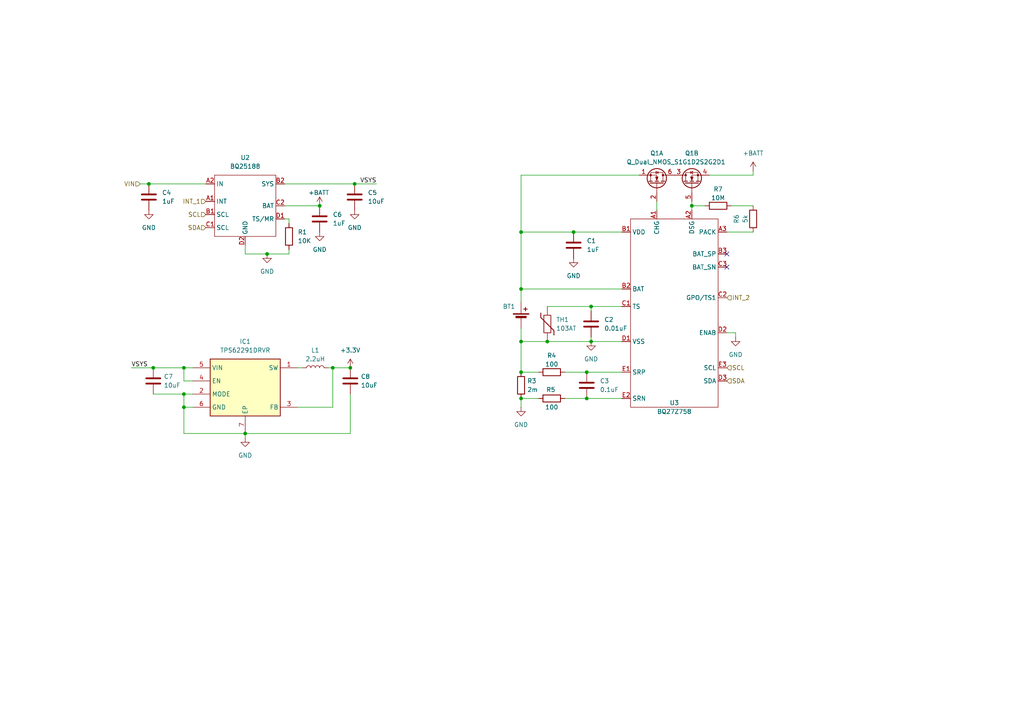
<source format=kicad_sch>
(kicad_sch (version 20250114) (generator "eeschema") (generator_version "9.0")
  (paper "A4")
  (lib_symbols
    (symbol "Components:BQ25188"
      (property "Reference" "U" (at -6.35 10.668 0))
      (property "Value" "BQ25188" (at 3.556 10.668 0))
      (symbol "BQ25188_0_1"
        (rectangle (start -8.89 8.89) (end 8.89 -8.89))
      )
      (symbol "BQ25188_1_1"
        (pin power_in line (at -11.43 6.35 0) (length 2.54) (name "IN") (number "A2"))
        (pin output line (at -11.43 1.27 0) (length 2.54) (name "INT") (number "A1"))
        (pin bidirectional line (at -11.43 -2.54 0) (length 2.54) (name "SCL") (number "B1"))
        (pin bidirectional line (at -11.43 -6.35 0) (length 2.54) (name "SCL") (number "C1"))
        (pin power_in line (at 0 -11.43 90) (length 2.54) (name "GND") (number "D2"))
        (pin power_out line (at 11.43 6.35 180) (length 2.54) (name "SYS") (number "B2"))
        (pin power_in line (at 11.43 0 180) (length 2.54) (name "BAT") (number "C2"))
        (pin bidirectional line (at 11.43 -3.81 180) (length 2.54) (name "TS/MR") (number "D1"))
      )
    )
    (symbol "Components:BQ27Z758"
      (property "Reference" "U" (at -10.922 -30.734 0))
      (property "Value" "BQ27Z758" (at 7.112 -30.734 0))
      (symbol "BQ27Z758_0_1"
        (rectangle (start -12.7 25.4) (end 12.7 -29.21))
      )
      (symbol "BQ27Z758_1_1"
        (pin power_in line (at -15.24 21.59 0) (length 2.54) (name "VDD") (number "B1"))
        (pin input line (at -15.24 5.08 0) (length 2.54) (name "BAT") (number "B2"))
        (pin input line (at -15.24 0 0) (length 2.54) (name "TS") (number "C1"))
        (pin power_out line (at -15.24 -10.16 0) (length 2.54) (name "VSS") (number "D1"))
        (pin input line (at -15.24 -19.05 0) (length 2.54) (name "SRP") (number "E1"))
        (pin input line (at -15.24 -26.67 0) (length 2.54) (name "SRN") (number "E2"))
        (pin output line (at -5.08 27.94 270) (length 2.54) (name "CHG") (number "A1"))
        (pin output line (at 5.08 27.94 270) (length 2.54) (name "DSG") (number "A2"))
        (pin input line (at 15.24 21.59 180) (length 2.54) (name "PACK") (number "A3"))
        (pin output line (at 15.24 15.24 180) (length 2.54) (name "BAT_SP") (number "B3"))
        (pin output line (at 15.24 11.43 180) (length 2.54) (name "BAT_SN") (number "C3"))
        (pin bidirectional line (at 15.24 2.54 180) (length 2.54) (name "GPO/TS1") (number "C2"))
        (pin input line (at 15.24 -7.62 180) (length 2.54) (name "ENAB") (number "D2"))
        (pin bidirectional line (at 15.24 -17.78 180) (length 2.54) (name "SCL") (number "E3"))
        (pin bidirectional line (at 15.24 -21.59 180) (length 2.54) (name "SDA") (number "D3"))
      )
    )
    (symbol "Components:TPS62291DRVR"
      (property "Reference" "IC" (at -5.842 11.43 0))
      (property "Value" "TPS62291DRVR" (at -5.842 8.89 0))
      (symbol "TPS62291DRVR_1_1"
        (rectangle (start -10.16 6.35) (end 10.16 -10.16) (stroke (width 0.254)) (fill (type background)))
        (pin power_in line (at -15.24 3.81 0) (length 5.08) (name "VIN") (number "5"))
        (pin input line (at -15.24 0 0) (length 5.08) (name "EN") (number "4"))
        (pin input line (at -15.24 -3.81 0) (length 5.08) (name "MODE") (number "2"))
        (pin power_in line (at -15.24 -7.62 0) (length 5.08) (name "GND") (number "6"))
        (pin power_in line (at 0 -15.24 90) (length 5.08) (name "EP") (number "7"))
        (pin output line (at 15.24 3.81 180) (length 5.08) (name "SW") (number "1"))
        (pin input line (at 15.24 -7.62 180) (length 5.08) (name "FB") (number "3"))
      )
    )
    (symbol "Device:Battery_Cell" (pin_numbers (hide yes)) (pin_names (offset 0) (hide yes))
      (property "Reference" "BT" (at 2.54 2.54 0))
      (property "Value" "Battery_Cell" (at 2.54 0 0))
      (symbol "Battery_Cell_0_1"
        (rectangle (start -2.286 1.778) (end 2.286 1.524) (fill (type outline)))
        (rectangle (start -1.524 1.016) (end 1.524 0.508) (fill (type outline)))
        (polyline (pts (xy 0 1.778) (xy 0 2.54)))
        (polyline (pts (xy 0 0.762) (xy 0 0)))
        (polyline (pts (xy 0.762 3.048) (xy 1.778 3.048)) (stroke (width 0.254)))
        (polyline (pts (xy 1.27 3.556) (xy 1.27 2.54)) (stroke (width 0.254)))
      )
      (symbol "Battery_Cell_1_1"
        (pin passive line (at 0 5.08 270) (length 2.54) (name "+") (number "1"))
        (pin passive line (at 0 -2.54 90) (length 2.54) (name "-") (number "2"))
      )
    )
    (symbol "Device:C" (pin_numbers (hide yes)) (pin_names (offset 0.254))
      (property "Reference" "C" (at 0.635 2.54 0))
      (property "Value" "C" (at 0.635 -2.54 0))
      (symbol "C_0_1"
        (polyline (pts (xy -2.032 0.762) (xy 2.032 0.762)) (stroke (width 0.508)))
        (polyline (pts (xy -2.032 -0.762) (xy 2.032 -0.762)) (stroke (width 0.508)))
      )
      (symbol "C_1_1"
        (pin passive line (at 0 3.81 270) (length 2.794) (name "~") (number "1"))
        (pin passive line (at 0 -3.81 90) (length 2.794) (name "~") (number "2"))
      )
    )
    (symbol "Device:L" (pin_numbers (hide yes)) (pin_names (offset 1.016) (hide yes))
      (property "Reference" "L" (at -1.27 0 90))
      (property "Value" "L" (at 1.905 0 90))
      (symbol "L_0_1"
        (arc (start 0 2.54) (mid 0.6323 1.905) (end 0 1.27))
        (arc (start 0 1.27) (mid 0.6323 0.635) (end 0 0))
        (arc (start 0 0) (mid 0.6323 -0.635) (end 0 -1.27))
        (arc (start 0 -1.27) (mid 0.6323 -1.905) (end 0 -2.54))
      )
      (symbol "L_1_1"
        (pin passive line (at 0 3.81 270) (length 1.27) (name "1") (number "1"))
        (pin passive line (at 0 -3.81 90) (length 1.27) (name "2") (number "2"))
      )
    )
    (symbol "Device:R" (pin_numbers (hide yes)) (pin_names (offset 0))
      (property "Reference" "R" (at 2.032 0 90))
      (property "Value" "R" (at 0 0 90))
      (symbol "R_0_1"
        (rectangle (start -1.016 -2.54) (end 1.016 2.54) (stroke (width 0.254)))
      )
      (symbol "R_1_1"
        (pin passive line (at 0 3.81 270) (length 1.27) (name "~") (number "1"))
        (pin passive line (at 0 -3.81 90) (length 1.27) (name "~") (number "2"))
      )
    )
    (symbol "Device:Thermistor" (pin_numbers (hide yes)) (pin_names (offset 0))
      (property "Reference" "TH" (at 2.54 1.27 90))
      (property "Value" "Thermistor" (at -2.54 0 90))
      (symbol "Thermistor_0_1"
        (polyline (pts (xy -1.905 3.175) (xy -1.905 1.905) (xy 1.905 -1.905) (xy 1.905 -3.175) (xy 1.905 -3.175)) (stroke (width 0.254)))
        (rectangle (start -1.016 2.54) (end 1.016 -2.54) (stroke (width 0.2032)))
      )
      (symbol "Thermistor_1_1"
        (pin passive line (at 0 5.08 270) (length 2.54) (name "~") (number "1"))
        (pin passive line (at 0 -5.08 90) (length 2.54) (name "~") (number "2"))
      )
    )
    (symbol "Transistor_FET:Q_Dual_NMOS_S1G1D2S2G2D1" (pin_names (offset 0) (hide yes))
      (property "Reference" "Q" (at 5.08 1.905 0))
      (property "Value" "Q_Dual_NMOS_S1G1D2S2G2D1" (at 5.08 0 0))
      (symbol "Q_Dual_NMOS_S1G1D2S2G2D1_0_1"
        (polyline (pts (xy 0.254 1.905) (xy 0.254 -1.905)) (stroke (width 0.254)))
        (polyline (pts (xy 0.254 0) (xy -2.54 0)))
        (polyline (pts (xy 0.762 2.286) (xy 0.762 1.27)) (stroke (width 0.254)))
        (polyline (pts (xy 0.762 0.508) (xy 0.762 -0.508)) (stroke (width 0.254)))
        (polyline (pts (xy 0.762 -1.27) (xy 0.762 -2.286)) (stroke (width 0.254)))
        (polyline (pts (xy 0.762 -1.778) (xy 3.302 -1.778) (xy 3.302 1.778) (xy 0.762 1.778)))
        (polyline (pts (xy 1.016 0) (xy 2.032 0.381) (xy 2.032 -0.381) (xy 1.016 0)) (fill (type outline)))
        (circle (center 1.651 0) (radius 2.794) (stroke (width 0.254)))
        (polyline (pts (xy 2.54 2.54) (xy 2.54 1.778)))
        (circle (center 2.54 1.778) (radius 0.254) (fill (type outline)))
        (circle (center 2.54 -1.778) (radius 0.254) (fill (type outline)))
        (polyline (pts (xy 2.54 -2.54) (xy 2.54 0) (xy 0.762 0)))
        (polyline (pts (xy 2.921 0.381) (xy 3.683 0.381)))
        (polyline (pts (xy 3.302 0.381) (xy 2.921 -0.254) (xy 3.683 -0.254) (xy 3.302 0.381)))
      )
      (symbol "Q_Dual_NMOS_S1G1D2S2G2D1_1_1"
        (pin input line (at -5.08 0 0) (length 2.54) (name "G") (number "2"))
        (pin passive line (at 2.54 5.08 270) (length 2.54) (name "D") (number "6"))
        (pin passive line (at 2.54 -5.08 90) (length 2.54) (name "S") (number "1"))
      )
      (symbol "Q_Dual_NMOS_S1G1D2S2G2D1_2_1"
        (pin input line (at -5.08 0 0) (length 2.54) (name "G") (number "5"))
        (pin passive line (at 2.54 5.08 270) (length 2.54) (name "D") (number "3"))
        (pin passive line (at 2.54 -5.08 90) (length 2.54) (name "S") (number "4"))
      )
    )
    (symbol "power:+3.3V" (power) (pin_numbers (hide yes)) (pin_names (offset 0) (hide yes))
      (property "Value" "+3.3V" (at 0 3.556 0))
      (symbol "+3.3V_0_1"
        (polyline (pts (xy -0.762 1.27) (xy 0 2.54)))
        (polyline (pts (xy 0 2.54) (xy 0.762 1.27)))
        (polyline (pts (xy 0 0) (xy 0 2.54)))
      )
      (symbol "+3.3V_1_1"
        (pin power_in line (at 0 0 90) (length 0) (name "~") (number "1"))
      )
    )
    (symbol "power:+BATT" (power) (pin_numbers (hide yes)) (pin_names (offset 0) (hide yes))
      (property "Value" "+BATT" (at 0 3.556 0))
      (symbol "+BATT_0_1"
        (polyline (pts (xy -0.762 1.27) (xy 0 2.54)))
        (polyline (pts (xy 0 2.54) (xy 0.762 1.27)))
        (polyline (pts (xy 0 0) (xy 0 2.54)))
      )
      (symbol "+BATT_1_1"
        (pin power_in line (at 0 0 90) (length 0) (name "~") (number "1"))
      )
    )
    (symbol "power:GND" (power) (pin_numbers (hide yes)) (pin_names (offset 0) (hide yes))
      (property "Value" "GND" (at 0 -3.81 0))
      (symbol "GND_0_1"
        (polyline (pts (xy 0 0) (xy 0 -1.27) (xy 1.27 -1.27) (xy 0 -2.54) (xy -1.27 -1.27) (xy 0 -1.27)))
      )
      (symbol "GND_1_1"
        (pin power_in line (at 0 0 270) (length 0) (name "~") (number "1"))
      )
    )
  )
  (junction (at 71.12 125.73))
  (junction (at 102.87 53.34))
  (junction (at 151.13 107.95))
  (junction (at 170.18 115.57))
  (junction (at 77.47 73.66))
  (junction (at 53.34 106.68))
  (junction (at 44.45 106.68))
  (junction (at 92.71 59.69))
  (junction (at 151.13 83.82))
  (junction (at 53.34 114.3))
  (junction (at 158.75 99.06))
  (junction (at 96.52 106.68))
  (junction (at 151.13 99.06))
  (junction (at 101.6 106.68))
  (junction (at 151.13 115.57))
  (junction (at 151.13 67.31))
  (junction (at 170.18 107.95))
  (junction (at 166.37 67.31))
  (junction (at 171.45 88.9))
  (junction (at 43.18 53.34))
  (junction (at 53.34 118.11))
  (junction (at 171.45 99.06))
  (junction (at 200.66 59.69))
  (no_connect (at 210.82 73.66))
  (no_connect (at 210.82 77.47))
  (wire (pts (xy 53.34 125.73) (xy 71.12 125.73)))
  (wire (pts (xy 53.34 110.49) (xy 53.34 106.68)))
  (wire (pts (xy 87.63 106.68) (xy 86.36 106.68)))
  (wire (pts (xy 163.83 115.57) (xy 170.18 115.57)))
  (wire (pts (xy 185.42 50.8) (xy 151.13 50.8)))
  (wire (pts (xy 44.45 114.3) (xy 53.34 114.3)))
  (wire (pts (xy 83.82 73.66) (xy 83.82 72.39)))
  (wire (pts (xy 101.6 114.3) (xy 101.6 125.73)))
  (wire (pts (xy 55.88 110.49) (xy 53.34 110.49)))
  (wire (pts (xy 71.12 73.66) (xy 77.47 73.66)))
  (wire (pts (xy 71.12 73.66) (xy 71.12 71.12)))
  (wire (pts (xy 82.55 53.34) (xy 102.87 53.34)))
  (wire (pts (xy 44.45 106.68) (xy 53.34 106.68)))
  (wire (pts (xy 212.09 59.69) (xy 218.44 59.69)))
  (wire (pts (xy 101.6 125.73) (xy 71.12 125.73)))
  (wire (pts (xy 218.44 49.53) (xy 218.44 50.8)))
  (wire (pts (xy 96.52 106.68) (xy 95.25 106.68)))
  (wire (pts (xy 38.1 106.68) (xy 44.45 106.68)))
  (wire (pts (xy 109.22 53.34) (xy 102.87 53.34)))
  (wire (pts (xy 151.13 99.06) (xy 158.75 99.06)))
  (wire (pts (xy 158.75 88.9) (xy 171.45 88.9)))
  (wire (pts (xy 96.52 118.11) (xy 96.52 106.68)))
  (wire (pts (xy 171.45 90.17) (xy 171.45 88.9)))
  (wire (pts (xy 53.34 114.3) (xy 55.88 114.3)))
  (wire (pts (xy 170.18 107.95) (xy 180.34 107.95)))
  (wire (pts (xy 171.45 97.79) (xy 171.45 99.06)))
  (wire (pts (xy 83.82 63.5) (xy 82.55 63.5)))
  (wire (pts (xy 200.66 59.69) (xy 200.66 60.96)))
  (wire (pts (xy 151.13 83.82) (xy 180.34 83.82)))
  (wire (pts (xy 156.21 107.95) (xy 151.13 107.95)))
  (wire (pts (xy 200.66 58.42) (xy 200.66 59.69)))
  (wire (pts (xy 86.36 118.11) (xy 96.52 118.11)))
  (wire (pts (xy 71.12 127) (xy 71.12 125.73)))
  (wire (pts (xy 53.34 106.68) (xy 55.88 106.68)))
  (wire (pts (xy 53.34 118.11) (xy 53.34 125.73)))
  (wire (pts (xy 151.13 50.8) (xy 151.13 67.31)))
  (wire (pts (xy 213.36 96.52) (xy 210.82 96.52)))
  (wire (pts (xy 53.34 118.11) (xy 53.34 114.3)))
  (wire (pts (xy 151.13 115.57) (xy 156.21 115.57)))
  (wire (pts (xy 166.37 67.31) (xy 180.34 67.31)))
  (wire (pts (xy 55.88 118.11) (xy 53.34 118.11)))
  (wire (pts (xy 151.13 83.82) (xy 151.13 87.63)))
  (wire (pts (xy 151.13 118.11) (xy 151.13 115.57)))
  (wire (pts (xy 96.52 106.68) (xy 101.6 106.68)))
  (wire (pts (xy 82.55 59.69) (xy 92.71 59.69)))
  (wire (pts (xy 210.82 67.31) (xy 218.44 67.31)))
  (wire (pts (xy 163.83 107.95) (xy 170.18 107.95)))
  (wire (pts (xy 43.18 53.34) (xy 59.69 53.34)))
  (wire (pts (xy 77.47 73.66) (xy 83.82 73.66)))
  (wire (pts (xy 170.18 115.57) (xy 180.34 115.57)))
  (wire (pts (xy 151.13 67.31) (xy 151.13 83.82)))
  (wire (pts (xy 151.13 107.95) (xy 151.13 99.06)))
  (wire (pts (xy 171.45 99.06) (xy 158.75 99.06)))
  (wire (pts (xy 190.5 58.42) (xy 190.5 60.96)))
  (wire (pts (xy 83.82 64.77) (xy 83.82 63.5)))
  (wire (pts (xy 40.64 53.34) (xy 43.18 53.34)))
  (wire (pts (xy 151.13 67.31) (xy 166.37 67.31)))
  (wire (pts (xy 171.45 99.06) (xy 180.34 99.06)))
  (wire (pts (xy 171.45 88.9) (xy 180.34 88.9)))
  (wire (pts (xy 213.36 96.52) (xy 213.36 97.79)))
  (wire (pts (xy 151.13 95.25) (xy 151.13 99.06)))
  (wire (pts (xy 200.66 59.69) (xy 204.47 59.69)))
  (wire (pts (xy 218.44 50.8) (xy 205.74 50.8)))
  (label "VSYS" (at 38.1 106.68 0))
  (label "VSYS" (at 109.22 53.34 180))
  (hierarchical_label "SDA" (shape input) (at 59.69 66.04 180))
  (hierarchical_label "VIN" (shape input) (at 40.64 53.34 180))
  (hierarchical_label "SCL" (shape input) (at 59.69 62.23 180))
  (hierarchical_label "INT_2" (shape input) (at 210.82 86.36 0))
  (hierarchical_label "SDA" (shape input) (at 210.82 110.49 0))
  (hierarchical_label "INT_1" (shape input) (at 59.69 58.42 180))
  (hierarchical_label "SCL" (shape input) (at 210.82 106.68 0))
  (symbol (lib_id "power:GND") (at 151.13 118.11 0) (unit 1)
    (property "Reference" "#PWR06" (effects (hide yes)))
    (property "Value" "GND" (at 151.13 123.19 0))
    (property "Description" "Power symbol creates a global label with name \"GND\" , ground" (effects (hide yes)))
  )
  (symbol (lib_id "Components:BQ27Z758") (at 195.58 88.9 0) (unit 1)
    (property "Reference" "U3" (at 195.58 116.84 0))
    (property "Value" "BQ27Z758" (at 195.58 119.38 0))
    (property "Footprint" "Library:DSBGA-15_3x5_1.7x2.6mm" (effects (hide yes)))
    (property "Datasheet" "https://www.ti.com/lit/ds/symlink/bq27z758.pdf" (effects (hide yes)))
    (property "Description" "The BQ27Z758 device provides a fully integrated pack-based solution with a flash programmable custom reduced instruction-set CPU (RISC), safety protection, differential battery sensing analog output, and authentication for 1-series cell Li-ion and Li- polymer battery packs." (effects (hide yes)))
  )
  (symbol (lib_id "Device:R") (at 151.13 111.76 180) (unit 1)
    (property "Reference" "R3" (at 152.908 110.49 0) (effects (justify right)))
    (property "Value" "2m" (at 152.908 113.03 0) (effects (justify right)))
    (property "Description" "Resistor" (effects (hide yes)))
  )
  (symbol (lib_id "Device:C") (at 44.45 110.49 0) (unit 1)
    (property "Reference" "C7" (at 47.498 109.22 0) (effects (justify left)))
    (property "Value" "10uF" (at 47.498 111.76 0) (effects (justify left)))
    (property "Description" "Unpolarized capacitor" (effects (hide yes)))
  )
  (symbol (lib_id "power:+BATT") (at 92.71 59.69 0) (unit 1)
    (property "Reference" "#PWR08" (effects (hide yes)))
    (property "Value" "+BATT" (at 92.456 55.88 0))
    (property "Description" "Power symbol creates a global label with name \"+BATT\"" (effects (hide yes)))
  )
  (symbol (lib_id "Device:R") (at 83.82 68.58 0) (unit 1)
    (property "Reference" "R1" (at 86.36 67.3099 0) (effects (justify left)))
    (property "Value" "10K" (at 86.36 69.8499 0) (effects (justify left)))
    (property "Description" "Resistor" (effects (hide yes)))
  )
  (symbol (lib_id "Device:Battery_Cell") (at 151.13 92.71 0) (unit 1)
    (property "Reference" "BT1" (at 145.796 88.9 0) (effects (justify left)))
    (property "Value" "Battery_Cell" (effects (hide yes)))
    (property "Description" "Single-cell battery" (effects (hide yes)))
  )
  (symbol (lib_id "power:GND") (at 102.87 60.96 0) (unit 1)
    (property "Reference" "#PWR010" (effects (hide yes)))
    (property "Value" "GND" (at 102.87 66.04 0))
    (property "Description" "Power symbol creates a global label with name \"GND\" , ground" (effects (hide yes)))
  )
  (symbol (lib_id "Transistor_FET:Q_Dual_NMOS_S1G1D2S2G2D1") (at 190.5 53.34 270) (mirror x) (unit 1)
    (property "Reference" "Q1" (at 190.5 44.45 90))
    (property "Value" "Q_Dual_NMOS_S1G1D2S2G2D1" (at 196.088 46.99 90))
    (property "Description" "Dual NMOS transistor, 6 pin package" (effects (hide yes)))
  )
  (symbol (lib_id "power:GND") (at 166.37 74.93 0) (unit 1)
    (property "Reference" "#PWR02" (effects (hide yes)))
    (property "Value" "GND" (at 166.37 80.01 0))
    (property "Description" "Power symbol creates a global label with name \"GND\" , ground" (effects (hide yes)))
  )
  (symbol (lib_id "Device:Thermistor") (at 158.75 93.98 0) (unit 1)
    (property "Reference" "TH1" (at 161.29 92.71 0) (effects (justify left)))
    (property "Value" "103AT" (at 161.29 95.25 0) (effects (justify left)))
    (property "Description" "Temperature dependent resistor" (effects (hide yes)))
  )
  (symbol (lib_id "power:GND") (at 43.18 60.96 0) (unit 1)
    (property "Reference" "#PWR09" (effects (hide yes)))
    (property "Value" "GND" (at 43.18 66.04 0))
    (property "Description" "Power symbol creates a global label with name \"GND\" , ground" (effects (hide yes)))
  )
  (symbol (lib_id "Device:L") (at 91.44 106.68 90) (unit 1)
    (property "Reference" "L1" (at 91.44 101.6 90))
    (property "Value" "2.2uH" (at 91.44 104.14 90))
    (property "Description" "Inductor" (effects (hide yes)))
  )
  (symbol (lib_id "Transistor_FET:Q_Dual_NMOS_S1G1D2S2G2D1") (at 200.66 53.34 90) (unit 2)
    (property "Reference" "Q1" (at 200.66 44.45 90))
    (property "Value" "Q_Dual_NMOS_S1G1D2S2G2D1" (effects (hide yes)))
    (property "Description" "Dual NMOS transistor, 6 pin package" (effects (hide yes)))
  )
  (symbol (lib_id "Device:C") (at 43.18 57.15 0) (unit 1)
    (property "Reference" "C4" (at 46.99 55.8799 0) (effects (justify left)))
    (property "Value" "1uF" (at 46.99 58.4199 0) (effects (justify left)))
    (property "Description" "Unpolarized capacitor" (effects (hide yes)))
  )
  (symbol (lib_id "Device:R") (at 218.44 63.5 0) (unit 1)
    (property "Reference" "R6" (at 213.614 63.5 90))
    (property "Value" "5k" (at 216.154 63.5 90))
    (property "Description" "Resistor" (effects (hide yes)))
  )
  (symbol (lib_id "Device:C") (at 101.6 110.49 0) (unit 1)
    (property "Reference" "C8" (at 104.648 109.22 0) (effects (justify left)))
    (property "Value" "10uF" (at 104.648 111.76 0) (effects (justify left)))
    (property "Description" "Unpolarized capacitor" (effects (hide yes)))
  )
  (symbol (lib_id "power:+3.3V") (at 101.6 106.68 0) (unit 1)
    (property "Reference" "#PWR013" (effects (hide yes)))
    (property "Value" "+3.3V" (at 101.6 101.6 0))
    (property "Description" "Power symbol creates a global label with name \"+3.3V\"" (effects (hide yes)))
  )
  (symbol (lib_id "Device:R") (at 160.02 107.95 270) (unit 1)
    (property "Reference" "R4" (at 160.02 103.124 90))
    (property "Value" "100" (at 160.02 105.664 90))
    (property "Description" "Resistor" (effects (hide yes)))
  )
  (symbol (lib_id "power:GND") (at 71.12 127 0) (unit 1)
    (property "Reference" "#PWR012" (effects (hide yes)))
    (property "Value" "GND" (at 71.12 132.08 0))
    (property "Description" "Power symbol creates a global label with name \"GND\" , ground" (effects (hide yes)))
  )
  (symbol (lib_id "power:GND") (at 171.45 99.06 0) (unit 1)
    (property "Reference" "#PWR03" (effects (hide yes)))
    (property "Value" "GND" (at 171.45 104.14 0))
    (property "Description" "Power symbol creates a global label with name \"GND\" , ground" (effects (hide yes)))
  )
  (symbol (lib_id "Device:R") (at 208.28 59.69 270) (unit 1)
    (property "Reference" "R7" (at 208.28 54.864 90))
    (property "Value" "10M" (at 208.28 57.404 90))
    (property "Description" "Resistor" (effects (hide yes)))
  )
  (symbol (lib_id "power:+BATT") (at 218.44 49.53 0) (unit 1)
    (property "Reference" "#PWR07" (effects (hide yes)))
    (property "Value" "+BATT" (at 218.44 44.45 0))
    (property "Description" "Power symbol creates a global label with name \"+BATT\"" (effects (hide yes)))
  )
  (symbol (lib_id "Components:TPS62291DRVR") (at 71.12 110.49 0) (unit 1)
    (property "Reference" "IC1" (at 71.12 99.06 0))
    (property "Value" "TPS62291DRVR" (at 71.12 101.6 0))
    (property "Footprint" "SON65P200X200X80-7N" (effects (hide yes)))
    (property "Datasheet" "https://datasheet.datasheetarchive.com/originals/distributors/SFDatasheet-6/sf-000132852.pdf" (effects (hide yes)))
    (property "Description" "Voltage Regulators - Switching Regulators 2.25MHz 1A Step-Down Converter" (effects (hide yes)))
    (property "Height" "0.8" (effects (hide yes)))
    (property "Mouser Part Number" "595-TPS62291DRVR" (effects (hide yes)))
    (property "Mouser Price/Stock" "https://www.mouser.co.uk/ProductDetail/Texas-Instruments/TPS62291DRVR?qs=WxL8HmPi5r5oemxPY8jLwQ%3D%3D" (effects (hide yes)))
    (property "Manufacturer_Name" "Texas Instruments" (effects (hide yes)))
    (property "Manufacturer_Part_Number" "TPS62291DRVR" (effects (hide yes)))
  )
  (symbol (lib_id "Device:C") (at 166.37 71.12 0) (unit 1)
    (property "Reference" "C1" (at 170.18 69.8499 0) (effects (justify left)))
    (property "Value" "1uF" (at 170.18 72.3899 0) (effects (justify left)))
    (property "Description" "Unpolarized capacitor" (effects (hide yes)))
  )
  (symbol (lib_id "Device:C") (at 170.18 111.76 0) (unit 1)
    (property "Reference" "C3" (at 173.99 110.4899 0) (effects (justify left)))
    (property "Value" "0.1uF" (at 173.99 113.0299 0) (effects (justify left)))
    (property "Description" "Unpolarized capacitor" (effects (hide yes)))
  )
  (symbol (lib_id "Device:C") (at 171.45 93.98 0) (unit 1)
    (property "Reference" "C2" (at 175.26 92.7099 0) (effects (justify left)))
    (property "Value" "0.01uF" (at 175.26 95.2499 0) (effects (justify left)))
    (property "Description" "Unpolarized capacitor" (effects (hide yes)))
  )
  (symbol (lib_id "Components:BQ25188") (at 71.12 59.69 0) (unit 1)
    (property "Reference" "U2" (at 71.12 45.72 0))
    (property "Value" "BQ25188" (at 71.12 48.26 0))
    (property "Footprint" "Library:DSBGA-8_2x4_1.0x1.6mm" (effects (hide yes)))
    (property "Datasheet" "https://www.ti.com/lit/ds/symlink/bq25188.pdf" (effects (hide yes)))
    (property "Description" "The BQ25188 is a linear battery charger IC focusing on small solution size and low quiescent current for extending battery life. The device is available in an 8-ball chipscale package which does not need HDI PCB process for fabrication thereby reducing the PCB cost. The device can support up to 1A charging and system loads of up to 3A." (effects (hide yes)))
  )
  (symbol (lib_id "power:GND") (at 213.36 97.79 0) (unit 1)
    (property "Reference" "#PWR04" (effects (hide yes)))
    (property "Value" "GND" (at 213.36 102.87 0))
    (property "Description" "Power symbol creates a global label with name \"GND\" , ground" (effects (hide yes)))
  )
  (symbol (lib_id "power:GND") (at 92.71 67.31 0) (unit 1)
    (property "Reference" "#PWR011" (effects (hide yes)))
    (property "Value" "GND" (at 92.71 72.39 0))
    (property "Description" "Power symbol creates a global label with name \"GND\" , ground" (effects (hide yes)))
  )
  (symbol (lib_id "Device:R") (at 160.02 115.57 270) (unit 1)
    (property "Reference" "R5" (at 159.766 113.03 90))
    (property "Value" "100" (at 160.02 118.11 90))
    (property "Description" "Resistor" (effects (hide yes)))
  )
  (symbol (lib_id "Device:C") (at 92.71 63.5 0) (unit 1)
    (property "Reference" "C6" (at 96.52 62.2299 0) (effects (justify left)))
    (property "Value" "1uF" (at 96.52 64.7699 0) (effects (justify left)))
    (property "Description" "Unpolarized capacitor" (effects (hide yes)))
  )
  (symbol (lib_id "power:GND") (at 77.47 73.66 0) (unit 1)
    (property "Reference" "#PWR05" (effects (hide yes)))
    (property "Value" "GND" (at 77.47 78.74 0))
    (property "Description" "Power symbol creates a global label with name \"GND\" , ground" (effects (hide yes)))
  )
  (symbol (lib_id "Device:C") (at 102.87 57.15 0) (unit 1)
    (property "Reference" "C5" (at 106.68 55.8799 0) (effects (justify left)))
    (property "Value" "10uF" (at 106.68 58.4199 0) (effects (justify left)))
    (property "Description" "Unpolarized capacitor" (effects (hide yes)))
  )
)
</source>
